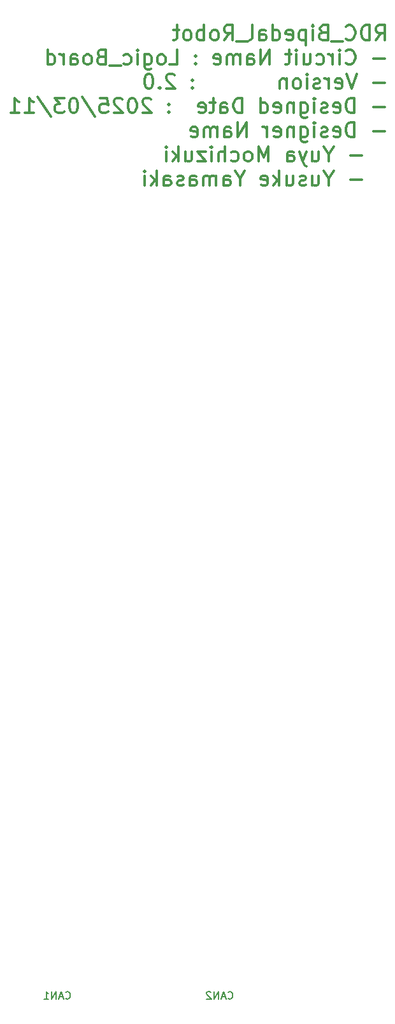
<source format=gbr>
%TF.GenerationSoftware,KiCad,Pcbnew,7.0.11*%
%TF.CreationDate,2025-03-20T11:18:49+09:00*%
%TF.ProjectId,RDC_Humanoid_Logic,5244435f-4875-46d6-916e-6f69645f4c6f,rev?*%
%TF.SameCoordinates,Original*%
%TF.FileFunction,Legend,Bot*%
%TF.FilePolarity,Positive*%
%FSLAX46Y46*%
G04 Gerber Fmt 4.6, Leading zero omitted, Abs format (unit mm)*
G04 Created by KiCad (PCBNEW 7.0.11) date 2025-03-20 11:18:49*
%MOMM*%
%LPD*%
G01*
G04 APERTURE LIST*
%ADD10C,0.150000*%
%ADD11C,0.300000*%
G04 APERTURE END LIST*
D10*
X194671792Y-157254580D02*
X194719411Y-157302200D01*
X194719411Y-157302200D02*
X194862268Y-157349819D01*
X194862268Y-157349819D02*
X194957506Y-157349819D01*
X194957506Y-157349819D02*
X195100363Y-157302200D01*
X195100363Y-157302200D02*
X195195601Y-157206961D01*
X195195601Y-157206961D02*
X195243220Y-157111723D01*
X195243220Y-157111723D02*
X195290839Y-156921247D01*
X195290839Y-156921247D02*
X195290839Y-156778390D01*
X195290839Y-156778390D02*
X195243220Y-156587914D01*
X195243220Y-156587914D02*
X195195601Y-156492676D01*
X195195601Y-156492676D02*
X195100363Y-156397438D01*
X195100363Y-156397438D02*
X194957506Y-156349819D01*
X194957506Y-156349819D02*
X194862268Y-156349819D01*
X194862268Y-156349819D02*
X194719411Y-156397438D01*
X194719411Y-156397438D02*
X194671792Y-156445057D01*
X194290839Y-157064104D02*
X193814649Y-157064104D01*
X194386077Y-157349819D02*
X194052744Y-156349819D01*
X194052744Y-156349819D02*
X193719411Y-157349819D01*
X193386077Y-157349819D02*
X193386077Y-156349819D01*
X193386077Y-156349819D02*
X192814649Y-157349819D01*
X192814649Y-157349819D02*
X192814649Y-156349819D01*
X192386077Y-156445057D02*
X192338458Y-156397438D01*
X192338458Y-156397438D02*
X192243220Y-156349819D01*
X192243220Y-156349819D02*
X192005125Y-156349819D01*
X192005125Y-156349819D02*
X191909887Y-156397438D01*
X191909887Y-156397438D02*
X191862268Y-156445057D01*
X191862268Y-156445057D02*
X191814649Y-156540295D01*
X191814649Y-156540295D02*
X191814649Y-156635533D01*
X191814649Y-156635533D02*
X191862268Y-156778390D01*
X191862268Y-156778390D02*
X192433696Y-157349819D01*
X192433696Y-157349819D02*
X191814649Y-157349819D01*
X173081792Y-157254580D02*
X173129411Y-157302200D01*
X173129411Y-157302200D02*
X173272268Y-157349819D01*
X173272268Y-157349819D02*
X173367506Y-157349819D01*
X173367506Y-157349819D02*
X173510363Y-157302200D01*
X173510363Y-157302200D02*
X173605601Y-157206961D01*
X173605601Y-157206961D02*
X173653220Y-157111723D01*
X173653220Y-157111723D02*
X173700839Y-156921247D01*
X173700839Y-156921247D02*
X173700839Y-156778390D01*
X173700839Y-156778390D02*
X173653220Y-156587914D01*
X173653220Y-156587914D02*
X173605601Y-156492676D01*
X173605601Y-156492676D02*
X173510363Y-156397438D01*
X173510363Y-156397438D02*
X173367506Y-156349819D01*
X173367506Y-156349819D02*
X173272268Y-156349819D01*
X173272268Y-156349819D02*
X173129411Y-156397438D01*
X173129411Y-156397438D02*
X173081792Y-156445057D01*
X172700839Y-157064104D02*
X172224649Y-157064104D01*
X172796077Y-157349819D02*
X172462744Y-156349819D01*
X172462744Y-156349819D02*
X172129411Y-157349819D01*
X171796077Y-157349819D02*
X171796077Y-156349819D01*
X171796077Y-156349819D02*
X171224649Y-157349819D01*
X171224649Y-157349819D02*
X171224649Y-156349819D01*
X170224649Y-157349819D02*
X170796077Y-157349819D01*
X170510363Y-157349819D02*
X170510363Y-156349819D01*
X170510363Y-156349819D02*
X170605601Y-156492676D01*
X170605601Y-156492676D02*
X170700839Y-156587914D01*
X170700839Y-156587914D02*
X170796077Y-156635533D01*
D11*
X214337584Y-29949638D02*
X215004251Y-28997257D01*
X215480441Y-29949638D02*
X215480441Y-27949638D01*
X215480441Y-27949638D02*
X214718536Y-27949638D01*
X214718536Y-27949638D02*
X214528060Y-28044876D01*
X214528060Y-28044876D02*
X214432822Y-28140114D01*
X214432822Y-28140114D02*
X214337584Y-28330590D01*
X214337584Y-28330590D02*
X214337584Y-28616304D01*
X214337584Y-28616304D02*
X214432822Y-28806780D01*
X214432822Y-28806780D02*
X214528060Y-28902019D01*
X214528060Y-28902019D02*
X214718536Y-28997257D01*
X214718536Y-28997257D02*
X215480441Y-28997257D01*
X213480441Y-29949638D02*
X213480441Y-27949638D01*
X213480441Y-27949638D02*
X213004251Y-27949638D01*
X213004251Y-27949638D02*
X212718536Y-28044876D01*
X212718536Y-28044876D02*
X212528060Y-28235352D01*
X212528060Y-28235352D02*
X212432822Y-28425828D01*
X212432822Y-28425828D02*
X212337584Y-28806780D01*
X212337584Y-28806780D02*
X212337584Y-29092495D01*
X212337584Y-29092495D02*
X212432822Y-29473447D01*
X212432822Y-29473447D02*
X212528060Y-29663923D01*
X212528060Y-29663923D02*
X212718536Y-29854400D01*
X212718536Y-29854400D02*
X213004251Y-29949638D01*
X213004251Y-29949638D02*
X213480441Y-29949638D01*
X210337584Y-29759161D02*
X210432822Y-29854400D01*
X210432822Y-29854400D02*
X210718536Y-29949638D01*
X210718536Y-29949638D02*
X210909012Y-29949638D01*
X210909012Y-29949638D02*
X211194727Y-29854400D01*
X211194727Y-29854400D02*
X211385203Y-29663923D01*
X211385203Y-29663923D02*
X211480441Y-29473447D01*
X211480441Y-29473447D02*
X211575679Y-29092495D01*
X211575679Y-29092495D02*
X211575679Y-28806780D01*
X211575679Y-28806780D02*
X211480441Y-28425828D01*
X211480441Y-28425828D02*
X211385203Y-28235352D01*
X211385203Y-28235352D02*
X211194727Y-28044876D01*
X211194727Y-28044876D02*
X210909012Y-27949638D01*
X210909012Y-27949638D02*
X210718536Y-27949638D01*
X210718536Y-27949638D02*
X210432822Y-28044876D01*
X210432822Y-28044876D02*
X210337584Y-28140114D01*
X209956632Y-30140114D02*
X208432822Y-30140114D01*
X207289964Y-28902019D02*
X207004250Y-28997257D01*
X207004250Y-28997257D02*
X206909012Y-29092495D01*
X206909012Y-29092495D02*
X206813774Y-29282971D01*
X206813774Y-29282971D02*
X206813774Y-29568685D01*
X206813774Y-29568685D02*
X206909012Y-29759161D01*
X206909012Y-29759161D02*
X207004250Y-29854400D01*
X207004250Y-29854400D02*
X207194726Y-29949638D01*
X207194726Y-29949638D02*
X207956631Y-29949638D01*
X207956631Y-29949638D02*
X207956631Y-27949638D01*
X207956631Y-27949638D02*
X207289964Y-27949638D01*
X207289964Y-27949638D02*
X207099488Y-28044876D01*
X207099488Y-28044876D02*
X207004250Y-28140114D01*
X207004250Y-28140114D02*
X206909012Y-28330590D01*
X206909012Y-28330590D02*
X206909012Y-28521066D01*
X206909012Y-28521066D02*
X207004250Y-28711542D01*
X207004250Y-28711542D02*
X207099488Y-28806780D01*
X207099488Y-28806780D02*
X207289964Y-28902019D01*
X207289964Y-28902019D02*
X207956631Y-28902019D01*
X205956631Y-29949638D02*
X205956631Y-28616304D01*
X205956631Y-27949638D02*
X206051869Y-28044876D01*
X206051869Y-28044876D02*
X205956631Y-28140114D01*
X205956631Y-28140114D02*
X205861393Y-28044876D01*
X205861393Y-28044876D02*
X205956631Y-27949638D01*
X205956631Y-27949638D02*
X205956631Y-28140114D01*
X205004250Y-28616304D02*
X205004250Y-30616304D01*
X205004250Y-28711542D02*
X204813774Y-28616304D01*
X204813774Y-28616304D02*
X204432821Y-28616304D01*
X204432821Y-28616304D02*
X204242345Y-28711542D01*
X204242345Y-28711542D02*
X204147107Y-28806780D01*
X204147107Y-28806780D02*
X204051869Y-28997257D01*
X204051869Y-28997257D02*
X204051869Y-29568685D01*
X204051869Y-29568685D02*
X204147107Y-29759161D01*
X204147107Y-29759161D02*
X204242345Y-29854400D01*
X204242345Y-29854400D02*
X204432821Y-29949638D01*
X204432821Y-29949638D02*
X204813774Y-29949638D01*
X204813774Y-29949638D02*
X205004250Y-29854400D01*
X202432821Y-29854400D02*
X202623297Y-29949638D01*
X202623297Y-29949638D02*
X203004250Y-29949638D01*
X203004250Y-29949638D02*
X203194726Y-29854400D01*
X203194726Y-29854400D02*
X203289964Y-29663923D01*
X203289964Y-29663923D02*
X203289964Y-28902019D01*
X203289964Y-28902019D02*
X203194726Y-28711542D01*
X203194726Y-28711542D02*
X203004250Y-28616304D01*
X203004250Y-28616304D02*
X202623297Y-28616304D01*
X202623297Y-28616304D02*
X202432821Y-28711542D01*
X202432821Y-28711542D02*
X202337583Y-28902019D01*
X202337583Y-28902019D02*
X202337583Y-29092495D01*
X202337583Y-29092495D02*
X203289964Y-29282971D01*
X200623297Y-29949638D02*
X200623297Y-27949638D01*
X200623297Y-29854400D02*
X200813773Y-29949638D01*
X200813773Y-29949638D02*
X201194726Y-29949638D01*
X201194726Y-29949638D02*
X201385202Y-29854400D01*
X201385202Y-29854400D02*
X201480440Y-29759161D01*
X201480440Y-29759161D02*
X201575678Y-29568685D01*
X201575678Y-29568685D02*
X201575678Y-28997257D01*
X201575678Y-28997257D02*
X201480440Y-28806780D01*
X201480440Y-28806780D02*
X201385202Y-28711542D01*
X201385202Y-28711542D02*
X201194726Y-28616304D01*
X201194726Y-28616304D02*
X200813773Y-28616304D01*
X200813773Y-28616304D02*
X200623297Y-28711542D01*
X198813773Y-29949638D02*
X198813773Y-28902019D01*
X198813773Y-28902019D02*
X198909011Y-28711542D01*
X198909011Y-28711542D02*
X199099487Y-28616304D01*
X199099487Y-28616304D02*
X199480440Y-28616304D01*
X199480440Y-28616304D02*
X199670916Y-28711542D01*
X198813773Y-29854400D02*
X199004249Y-29949638D01*
X199004249Y-29949638D02*
X199480440Y-29949638D01*
X199480440Y-29949638D02*
X199670916Y-29854400D01*
X199670916Y-29854400D02*
X199766154Y-29663923D01*
X199766154Y-29663923D02*
X199766154Y-29473447D01*
X199766154Y-29473447D02*
X199670916Y-29282971D01*
X199670916Y-29282971D02*
X199480440Y-29187733D01*
X199480440Y-29187733D02*
X199004249Y-29187733D01*
X199004249Y-29187733D02*
X198813773Y-29092495D01*
X197575678Y-29949638D02*
X197766154Y-29854400D01*
X197766154Y-29854400D02*
X197861392Y-29663923D01*
X197861392Y-29663923D02*
X197861392Y-27949638D01*
X197289964Y-30140114D02*
X195766154Y-30140114D01*
X194147106Y-29949638D02*
X194813773Y-28997257D01*
X195289963Y-29949638D02*
X195289963Y-27949638D01*
X195289963Y-27949638D02*
X194528058Y-27949638D01*
X194528058Y-27949638D02*
X194337582Y-28044876D01*
X194337582Y-28044876D02*
X194242344Y-28140114D01*
X194242344Y-28140114D02*
X194147106Y-28330590D01*
X194147106Y-28330590D02*
X194147106Y-28616304D01*
X194147106Y-28616304D02*
X194242344Y-28806780D01*
X194242344Y-28806780D02*
X194337582Y-28902019D01*
X194337582Y-28902019D02*
X194528058Y-28997257D01*
X194528058Y-28997257D02*
X195289963Y-28997257D01*
X193004249Y-29949638D02*
X193194725Y-29854400D01*
X193194725Y-29854400D02*
X193289963Y-29759161D01*
X193289963Y-29759161D02*
X193385201Y-29568685D01*
X193385201Y-29568685D02*
X193385201Y-28997257D01*
X193385201Y-28997257D02*
X193289963Y-28806780D01*
X193289963Y-28806780D02*
X193194725Y-28711542D01*
X193194725Y-28711542D02*
X193004249Y-28616304D01*
X193004249Y-28616304D02*
X192718534Y-28616304D01*
X192718534Y-28616304D02*
X192528058Y-28711542D01*
X192528058Y-28711542D02*
X192432820Y-28806780D01*
X192432820Y-28806780D02*
X192337582Y-28997257D01*
X192337582Y-28997257D02*
X192337582Y-29568685D01*
X192337582Y-29568685D02*
X192432820Y-29759161D01*
X192432820Y-29759161D02*
X192528058Y-29854400D01*
X192528058Y-29854400D02*
X192718534Y-29949638D01*
X192718534Y-29949638D02*
X193004249Y-29949638D01*
X191480439Y-29949638D02*
X191480439Y-27949638D01*
X191480439Y-28711542D02*
X191289963Y-28616304D01*
X191289963Y-28616304D02*
X190909010Y-28616304D01*
X190909010Y-28616304D02*
X190718534Y-28711542D01*
X190718534Y-28711542D02*
X190623296Y-28806780D01*
X190623296Y-28806780D02*
X190528058Y-28997257D01*
X190528058Y-28997257D02*
X190528058Y-29568685D01*
X190528058Y-29568685D02*
X190623296Y-29759161D01*
X190623296Y-29759161D02*
X190718534Y-29854400D01*
X190718534Y-29854400D02*
X190909010Y-29949638D01*
X190909010Y-29949638D02*
X191289963Y-29949638D01*
X191289963Y-29949638D02*
X191480439Y-29854400D01*
X189385201Y-29949638D02*
X189575677Y-29854400D01*
X189575677Y-29854400D02*
X189670915Y-29759161D01*
X189670915Y-29759161D02*
X189766153Y-29568685D01*
X189766153Y-29568685D02*
X189766153Y-28997257D01*
X189766153Y-28997257D02*
X189670915Y-28806780D01*
X189670915Y-28806780D02*
X189575677Y-28711542D01*
X189575677Y-28711542D02*
X189385201Y-28616304D01*
X189385201Y-28616304D02*
X189099486Y-28616304D01*
X189099486Y-28616304D02*
X188909010Y-28711542D01*
X188909010Y-28711542D02*
X188813772Y-28806780D01*
X188813772Y-28806780D02*
X188718534Y-28997257D01*
X188718534Y-28997257D02*
X188718534Y-29568685D01*
X188718534Y-29568685D02*
X188813772Y-29759161D01*
X188813772Y-29759161D02*
X188909010Y-29854400D01*
X188909010Y-29854400D02*
X189099486Y-29949638D01*
X189099486Y-29949638D02*
X189385201Y-29949638D01*
X188147105Y-28616304D02*
X187385201Y-28616304D01*
X187861391Y-27949638D02*
X187861391Y-29663923D01*
X187861391Y-29663923D02*
X187766153Y-29854400D01*
X187766153Y-29854400D02*
X187575677Y-29949638D01*
X187575677Y-29949638D02*
X187385201Y-29949638D01*
X215480441Y-32407733D02*
X213956632Y-32407733D01*
X210337584Y-32979161D02*
X210432822Y-33074400D01*
X210432822Y-33074400D02*
X210718536Y-33169638D01*
X210718536Y-33169638D02*
X210909012Y-33169638D01*
X210909012Y-33169638D02*
X211194727Y-33074400D01*
X211194727Y-33074400D02*
X211385203Y-32883923D01*
X211385203Y-32883923D02*
X211480441Y-32693447D01*
X211480441Y-32693447D02*
X211575679Y-32312495D01*
X211575679Y-32312495D02*
X211575679Y-32026780D01*
X211575679Y-32026780D02*
X211480441Y-31645828D01*
X211480441Y-31645828D02*
X211385203Y-31455352D01*
X211385203Y-31455352D02*
X211194727Y-31264876D01*
X211194727Y-31264876D02*
X210909012Y-31169638D01*
X210909012Y-31169638D02*
X210718536Y-31169638D01*
X210718536Y-31169638D02*
X210432822Y-31264876D01*
X210432822Y-31264876D02*
X210337584Y-31360114D01*
X209480441Y-33169638D02*
X209480441Y-31836304D01*
X209480441Y-31169638D02*
X209575679Y-31264876D01*
X209575679Y-31264876D02*
X209480441Y-31360114D01*
X209480441Y-31360114D02*
X209385203Y-31264876D01*
X209385203Y-31264876D02*
X209480441Y-31169638D01*
X209480441Y-31169638D02*
X209480441Y-31360114D01*
X208528060Y-33169638D02*
X208528060Y-31836304D01*
X208528060Y-32217257D02*
X208432822Y-32026780D01*
X208432822Y-32026780D02*
X208337584Y-31931542D01*
X208337584Y-31931542D02*
X208147108Y-31836304D01*
X208147108Y-31836304D02*
X207956631Y-31836304D01*
X206432822Y-33074400D02*
X206623298Y-33169638D01*
X206623298Y-33169638D02*
X207004251Y-33169638D01*
X207004251Y-33169638D02*
X207194727Y-33074400D01*
X207194727Y-33074400D02*
X207289965Y-32979161D01*
X207289965Y-32979161D02*
X207385203Y-32788685D01*
X207385203Y-32788685D02*
X207385203Y-32217257D01*
X207385203Y-32217257D02*
X207289965Y-32026780D01*
X207289965Y-32026780D02*
X207194727Y-31931542D01*
X207194727Y-31931542D02*
X207004251Y-31836304D01*
X207004251Y-31836304D02*
X206623298Y-31836304D01*
X206623298Y-31836304D02*
X206432822Y-31931542D01*
X204718536Y-31836304D02*
X204718536Y-33169638D01*
X205575679Y-31836304D02*
X205575679Y-32883923D01*
X205575679Y-32883923D02*
X205480441Y-33074400D01*
X205480441Y-33074400D02*
X205289965Y-33169638D01*
X205289965Y-33169638D02*
X205004250Y-33169638D01*
X205004250Y-33169638D02*
X204813774Y-33074400D01*
X204813774Y-33074400D02*
X204718536Y-32979161D01*
X203766155Y-33169638D02*
X203766155Y-31836304D01*
X203766155Y-31169638D02*
X203861393Y-31264876D01*
X203861393Y-31264876D02*
X203766155Y-31360114D01*
X203766155Y-31360114D02*
X203670917Y-31264876D01*
X203670917Y-31264876D02*
X203766155Y-31169638D01*
X203766155Y-31169638D02*
X203766155Y-31360114D01*
X203099488Y-31836304D02*
X202337584Y-31836304D01*
X202813774Y-31169638D02*
X202813774Y-32883923D01*
X202813774Y-32883923D02*
X202718536Y-33074400D01*
X202718536Y-33074400D02*
X202528060Y-33169638D01*
X202528060Y-33169638D02*
X202337584Y-33169638D01*
X200147107Y-33169638D02*
X200147107Y-31169638D01*
X200147107Y-31169638D02*
X199004250Y-33169638D01*
X199004250Y-33169638D02*
X199004250Y-31169638D01*
X197194726Y-33169638D02*
X197194726Y-32122019D01*
X197194726Y-32122019D02*
X197289964Y-31931542D01*
X197289964Y-31931542D02*
X197480440Y-31836304D01*
X197480440Y-31836304D02*
X197861393Y-31836304D01*
X197861393Y-31836304D02*
X198051869Y-31931542D01*
X197194726Y-33074400D02*
X197385202Y-33169638D01*
X197385202Y-33169638D02*
X197861393Y-33169638D01*
X197861393Y-33169638D02*
X198051869Y-33074400D01*
X198051869Y-33074400D02*
X198147107Y-32883923D01*
X198147107Y-32883923D02*
X198147107Y-32693447D01*
X198147107Y-32693447D02*
X198051869Y-32502971D01*
X198051869Y-32502971D02*
X197861393Y-32407733D01*
X197861393Y-32407733D02*
X197385202Y-32407733D01*
X197385202Y-32407733D02*
X197194726Y-32312495D01*
X196242345Y-33169638D02*
X196242345Y-31836304D01*
X196242345Y-32026780D02*
X196147107Y-31931542D01*
X196147107Y-31931542D02*
X195956631Y-31836304D01*
X195956631Y-31836304D02*
X195670916Y-31836304D01*
X195670916Y-31836304D02*
X195480440Y-31931542D01*
X195480440Y-31931542D02*
X195385202Y-32122019D01*
X195385202Y-32122019D02*
X195385202Y-33169638D01*
X195385202Y-32122019D02*
X195289964Y-31931542D01*
X195289964Y-31931542D02*
X195099488Y-31836304D01*
X195099488Y-31836304D02*
X194813774Y-31836304D01*
X194813774Y-31836304D02*
X194623297Y-31931542D01*
X194623297Y-31931542D02*
X194528059Y-32122019D01*
X194528059Y-32122019D02*
X194528059Y-33169638D01*
X192813773Y-33074400D02*
X193004249Y-33169638D01*
X193004249Y-33169638D02*
X193385202Y-33169638D01*
X193385202Y-33169638D02*
X193575678Y-33074400D01*
X193575678Y-33074400D02*
X193670916Y-32883923D01*
X193670916Y-32883923D02*
X193670916Y-32122019D01*
X193670916Y-32122019D02*
X193575678Y-31931542D01*
X193575678Y-31931542D02*
X193385202Y-31836304D01*
X193385202Y-31836304D02*
X193004249Y-31836304D01*
X193004249Y-31836304D02*
X192813773Y-31931542D01*
X192813773Y-31931542D02*
X192718535Y-32122019D01*
X192718535Y-32122019D02*
X192718535Y-32312495D01*
X192718535Y-32312495D02*
X193670916Y-32502971D01*
X190337582Y-32979161D02*
X190242344Y-33074400D01*
X190242344Y-33074400D02*
X190337582Y-33169638D01*
X190337582Y-33169638D02*
X190432820Y-33074400D01*
X190432820Y-33074400D02*
X190337582Y-32979161D01*
X190337582Y-32979161D02*
X190337582Y-33169638D01*
X190337582Y-31931542D02*
X190242344Y-32026780D01*
X190242344Y-32026780D02*
X190337582Y-32122019D01*
X190337582Y-32122019D02*
X190432820Y-32026780D01*
X190432820Y-32026780D02*
X190337582Y-31931542D01*
X190337582Y-31931542D02*
X190337582Y-32122019D01*
X186909010Y-33169638D02*
X187861391Y-33169638D01*
X187861391Y-33169638D02*
X187861391Y-31169638D01*
X185956629Y-33169638D02*
X186147105Y-33074400D01*
X186147105Y-33074400D02*
X186242343Y-32979161D01*
X186242343Y-32979161D02*
X186337581Y-32788685D01*
X186337581Y-32788685D02*
X186337581Y-32217257D01*
X186337581Y-32217257D02*
X186242343Y-32026780D01*
X186242343Y-32026780D02*
X186147105Y-31931542D01*
X186147105Y-31931542D02*
X185956629Y-31836304D01*
X185956629Y-31836304D02*
X185670914Y-31836304D01*
X185670914Y-31836304D02*
X185480438Y-31931542D01*
X185480438Y-31931542D02*
X185385200Y-32026780D01*
X185385200Y-32026780D02*
X185289962Y-32217257D01*
X185289962Y-32217257D02*
X185289962Y-32788685D01*
X185289962Y-32788685D02*
X185385200Y-32979161D01*
X185385200Y-32979161D02*
X185480438Y-33074400D01*
X185480438Y-33074400D02*
X185670914Y-33169638D01*
X185670914Y-33169638D02*
X185956629Y-33169638D01*
X183575676Y-31836304D02*
X183575676Y-33455352D01*
X183575676Y-33455352D02*
X183670914Y-33645828D01*
X183670914Y-33645828D02*
X183766152Y-33741066D01*
X183766152Y-33741066D02*
X183956629Y-33836304D01*
X183956629Y-33836304D02*
X184242343Y-33836304D01*
X184242343Y-33836304D02*
X184432819Y-33741066D01*
X183575676Y-33074400D02*
X183766152Y-33169638D01*
X183766152Y-33169638D02*
X184147105Y-33169638D01*
X184147105Y-33169638D02*
X184337581Y-33074400D01*
X184337581Y-33074400D02*
X184432819Y-32979161D01*
X184432819Y-32979161D02*
X184528057Y-32788685D01*
X184528057Y-32788685D02*
X184528057Y-32217257D01*
X184528057Y-32217257D02*
X184432819Y-32026780D01*
X184432819Y-32026780D02*
X184337581Y-31931542D01*
X184337581Y-31931542D02*
X184147105Y-31836304D01*
X184147105Y-31836304D02*
X183766152Y-31836304D01*
X183766152Y-31836304D02*
X183575676Y-31931542D01*
X182623295Y-33169638D02*
X182623295Y-31836304D01*
X182623295Y-31169638D02*
X182718533Y-31264876D01*
X182718533Y-31264876D02*
X182623295Y-31360114D01*
X182623295Y-31360114D02*
X182528057Y-31264876D01*
X182528057Y-31264876D02*
X182623295Y-31169638D01*
X182623295Y-31169638D02*
X182623295Y-31360114D01*
X180813771Y-33074400D02*
X181004247Y-33169638D01*
X181004247Y-33169638D02*
X181385200Y-33169638D01*
X181385200Y-33169638D02*
X181575676Y-33074400D01*
X181575676Y-33074400D02*
X181670914Y-32979161D01*
X181670914Y-32979161D02*
X181766152Y-32788685D01*
X181766152Y-32788685D02*
X181766152Y-32217257D01*
X181766152Y-32217257D02*
X181670914Y-32026780D01*
X181670914Y-32026780D02*
X181575676Y-31931542D01*
X181575676Y-31931542D02*
X181385200Y-31836304D01*
X181385200Y-31836304D02*
X181004247Y-31836304D01*
X181004247Y-31836304D02*
X180813771Y-31931542D01*
X180432819Y-33360114D02*
X178909009Y-33360114D01*
X177766151Y-32122019D02*
X177480437Y-32217257D01*
X177480437Y-32217257D02*
X177385199Y-32312495D01*
X177385199Y-32312495D02*
X177289961Y-32502971D01*
X177289961Y-32502971D02*
X177289961Y-32788685D01*
X177289961Y-32788685D02*
X177385199Y-32979161D01*
X177385199Y-32979161D02*
X177480437Y-33074400D01*
X177480437Y-33074400D02*
X177670913Y-33169638D01*
X177670913Y-33169638D02*
X178432818Y-33169638D01*
X178432818Y-33169638D02*
X178432818Y-31169638D01*
X178432818Y-31169638D02*
X177766151Y-31169638D01*
X177766151Y-31169638D02*
X177575675Y-31264876D01*
X177575675Y-31264876D02*
X177480437Y-31360114D01*
X177480437Y-31360114D02*
X177385199Y-31550590D01*
X177385199Y-31550590D02*
X177385199Y-31741066D01*
X177385199Y-31741066D02*
X177480437Y-31931542D01*
X177480437Y-31931542D02*
X177575675Y-32026780D01*
X177575675Y-32026780D02*
X177766151Y-32122019D01*
X177766151Y-32122019D02*
X178432818Y-32122019D01*
X176147104Y-33169638D02*
X176337580Y-33074400D01*
X176337580Y-33074400D02*
X176432818Y-32979161D01*
X176432818Y-32979161D02*
X176528056Y-32788685D01*
X176528056Y-32788685D02*
X176528056Y-32217257D01*
X176528056Y-32217257D02*
X176432818Y-32026780D01*
X176432818Y-32026780D02*
X176337580Y-31931542D01*
X176337580Y-31931542D02*
X176147104Y-31836304D01*
X176147104Y-31836304D02*
X175861389Y-31836304D01*
X175861389Y-31836304D02*
X175670913Y-31931542D01*
X175670913Y-31931542D02*
X175575675Y-32026780D01*
X175575675Y-32026780D02*
X175480437Y-32217257D01*
X175480437Y-32217257D02*
X175480437Y-32788685D01*
X175480437Y-32788685D02*
X175575675Y-32979161D01*
X175575675Y-32979161D02*
X175670913Y-33074400D01*
X175670913Y-33074400D02*
X175861389Y-33169638D01*
X175861389Y-33169638D02*
X176147104Y-33169638D01*
X173766151Y-33169638D02*
X173766151Y-32122019D01*
X173766151Y-32122019D02*
X173861389Y-31931542D01*
X173861389Y-31931542D02*
X174051865Y-31836304D01*
X174051865Y-31836304D02*
X174432818Y-31836304D01*
X174432818Y-31836304D02*
X174623294Y-31931542D01*
X173766151Y-33074400D02*
X173956627Y-33169638D01*
X173956627Y-33169638D02*
X174432818Y-33169638D01*
X174432818Y-33169638D02*
X174623294Y-33074400D01*
X174623294Y-33074400D02*
X174718532Y-32883923D01*
X174718532Y-32883923D02*
X174718532Y-32693447D01*
X174718532Y-32693447D02*
X174623294Y-32502971D01*
X174623294Y-32502971D02*
X174432818Y-32407733D01*
X174432818Y-32407733D02*
X173956627Y-32407733D01*
X173956627Y-32407733D02*
X173766151Y-32312495D01*
X172813770Y-33169638D02*
X172813770Y-31836304D01*
X172813770Y-32217257D02*
X172718532Y-32026780D01*
X172718532Y-32026780D02*
X172623294Y-31931542D01*
X172623294Y-31931542D02*
X172432818Y-31836304D01*
X172432818Y-31836304D02*
X172242341Y-31836304D01*
X170718532Y-33169638D02*
X170718532Y-31169638D01*
X170718532Y-33074400D02*
X170909008Y-33169638D01*
X170909008Y-33169638D02*
X171289961Y-33169638D01*
X171289961Y-33169638D02*
X171480437Y-33074400D01*
X171480437Y-33074400D02*
X171575675Y-32979161D01*
X171575675Y-32979161D02*
X171670913Y-32788685D01*
X171670913Y-32788685D02*
X171670913Y-32217257D01*
X171670913Y-32217257D02*
X171575675Y-32026780D01*
X171575675Y-32026780D02*
X171480437Y-31931542D01*
X171480437Y-31931542D02*
X171289961Y-31836304D01*
X171289961Y-31836304D02*
X170909008Y-31836304D01*
X170909008Y-31836304D02*
X170718532Y-31931542D01*
X215480441Y-35627733D02*
X213956632Y-35627733D01*
X211766155Y-34389638D02*
X211099489Y-36389638D01*
X211099489Y-36389638D02*
X210432822Y-34389638D01*
X209004250Y-36294400D02*
X209194726Y-36389638D01*
X209194726Y-36389638D02*
X209575679Y-36389638D01*
X209575679Y-36389638D02*
X209766155Y-36294400D01*
X209766155Y-36294400D02*
X209861393Y-36103923D01*
X209861393Y-36103923D02*
X209861393Y-35342019D01*
X209861393Y-35342019D02*
X209766155Y-35151542D01*
X209766155Y-35151542D02*
X209575679Y-35056304D01*
X209575679Y-35056304D02*
X209194726Y-35056304D01*
X209194726Y-35056304D02*
X209004250Y-35151542D01*
X209004250Y-35151542D02*
X208909012Y-35342019D01*
X208909012Y-35342019D02*
X208909012Y-35532495D01*
X208909012Y-35532495D02*
X209861393Y-35722971D01*
X208051869Y-36389638D02*
X208051869Y-35056304D01*
X208051869Y-35437257D02*
X207956631Y-35246780D01*
X207956631Y-35246780D02*
X207861393Y-35151542D01*
X207861393Y-35151542D02*
X207670917Y-35056304D01*
X207670917Y-35056304D02*
X207480440Y-35056304D01*
X206909012Y-36294400D02*
X206718536Y-36389638D01*
X206718536Y-36389638D02*
X206337584Y-36389638D01*
X206337584Y-36389638D02*
X206147107Y-36294400D01*
X206147107Y-36294400D02*
X206051869Y-36103923D01*
X206051869Y-36103923D02*
X206051869Y-36008685D01*
X206051869Y-36008685D02*
X206147107Y-35818209D01*
X206147107Y-35818209D02*
X206337584Y-35722971D01*
X206337584Y-35722971D02*
X206623298Y-35722971D01*
X206623298Y-35722971D02*
X206813774Y-35627733D01*
X206813774Y-35627733D02*
X206909012Y-35437257D01*
X206909012Y-35437257D02*
X206909012Y-35342019D01*
X206909012Y-35342019D02*
X206813774Y-35151542D01*
X206813774Y-35151542D02*
X206623298Y-35056304D01*
X206623298Y-35056304D02*
X206337584Y-35056304D01*
X206337584Y-35056304D02*
X206147107Y-35151542D01*
X205194726Y-36389638D02*
X205194726Y-35056304D01*
X205194726Y-34389638D02*
X205289964Y-34484876D01*
X205289964Y-34484876D02*
X205194726Y-34580114D01*
X205194726Y-34580114D02*
X205099488Y-34484876D01*
X205099488Y-34484876D02*
X205194726Y-34389638D01*
X205194726Y-34389638D02*
X205194726Y-34580114D01*
X203956631Y-36389638D02*
X204147107Y-36294400D01*
X204147107Y-36294400D02*
X204242345Y-36199161D01*
X204242345Y-36199161D02*
X204337583Y-36008685D01*
X204337583Y-36008685D02*
X204337583Y-35437257D01*
X204337583Y-35437257D02*
X204242345Y-35246780D01*
X204242345Y-35246780D02*
X204147107Y-35151542D01*
X204147107Y-35151542D02*
X203956631Y-35056304D01*
X203956631Y-35056304D02*
X203670916Y-35056304D01*
X203670916Y-35056304D02*
X203480440Y-35151542D01*
X203480440Y-35151542D02*
X203385202Y-35246780D01*
X203385202Y-35246780D02*
X203289964Y-35437257D01*
X203289964Y-35437257D02*
X203289964Y-36008685D01*
X203289964Y-36008685D02*
X203385202Y-36199161D01*
X203385202Y-36199161D02*
X203480440Y-36294400D01*
X203480440Y-36294400D02*
X203670916Y-36389638D01*
X203670916Y-36389638D02*
X203956631Y-36389638D01*
X202432821Y-35056304D02*
X202432821Y-36389638D01*
X202432821Y-35246780D02*
X202337583Y-35151542D01*
X202337583Y-35151542D02*
X202147107Y-35056304D01*
X202147107Y-35056304D02*
X201861392Y-35056304D01*
X201861392Y-35056304D02*
X201670916Y-35151542D01*
X201670916Y-35151542D02*
X201575678Y-35342019D01*
X201575678Y-35342019D02*
X201575678Y-36389638D01*
X189956627Y-36199161D02*
X189861389Y-36294400D01*
X189861389Y-36294400D02*
X189956627Y-36389638D01*
X189956627Y-36389638D02*
X190051865Y-36294400D01*
X190051865Y-36294400D02*
X189956627Y-36199161D01*
X189956627Y-36199161D02*
X189956627Y-36389638D01*
X189956627Y-35151542D02*
X189861389Y-35246780D01*
X189861389Y-35246780D02*
X189956627Y-35342019D01*
X189956627Y-35342019D02*
X190051865Y-35246780D01*
X190051865Y-35246780D02*
X189956627Y-35151542D01*
X189956627Y-35151542D02*
X189956627Y-35342019D01*
X187575674Y-34580114D02*
X187480436Y-34484876D01*
X187480436Y-34484876D02*
X187289960Y-34389638D01*
X187289960Y-34389638D02*
X186813769Y-34389638D01*
X186813769Y-34389638D02*
X186623293Y-34484876D01*
X186623293Y-34484876D02*
X186528055Y-34580114D01*
X186528055Y-34580114D02*
X186432817Y-34770590D01*
X186432817Y-34770590D02*
X186432817Y-34961066D01*
X186432817Y-34961066D02*
X186528055Y-35246780D01*
X186528055Y-35246780D02*
X187670912Y-36389638D01*
X187670912Y-36389638D02*
X186432817Y-36389638D01*
X185575674Y-36199161D02*
X185480436Y-36294400D01*
X185480436Y-36294400D02*
X185575674Y-36389638D01*
X185575674Y-36389638D02*
X185670912Y-36294400D01*
X185670912Y-36294400D02*
X185575674Y-36199161D01*
X185575674Y-36199161D02*
X185575674Y-36389638D01*
X184242341Y-34389638D02*
X184051864Y-34389638D01*
X184051864Y-34389638D02*
X183861388Y-34484876D01*
X183861388Y-34484876D02*
X183766150Y-34580114D01*
X183766150Y-34580114D02*
X183670912Y-34770590D01*
X183670912Y-34770590D02*
X183575674Y-35151542D01*
X183575674Y-35151542D02*
X183575674Y-35627733D01*
X183575674Y-35627733D02*
X183670912Y-36008685D01*
X183670912Y-36008685D02*
X183766150Y-36199161D01*
X183766150Y-36199161D02*
X183861388Y-36294400D01*
X183861388Y-36294400D02*
X184051864Y-36389638D01*
X184051864Y-36389638D02*
X184242341Y-36389638D01*
X184242341Y-36389638D02*
X184432817Y-36294400D01*
X184432817Y-36294400D02*
X184528055Y-36199161D01*
X184528055Y-36199161D02*
X184623293Y-36008685D01*
X184623293Y-36008685D02*
X184718531Y-35627733D01*
X184718531Y-35627733D02*
X184718531Y-35151542D01*
X184718531Y-35151542D02*
X184623293Y-34770590D01*
X184623293Y-34770590D02*
X184528055Y-34580114D01*
X184528055Y-34580114D02*
X184432817Y-34484876D01*
X184432817Y-34484876D02*
X184242341Y-34389638D01*
X215480441Y-38847733D02*
X213956632Y-38847733D01*
X211480441Y-39609638D02*
X211480441Y-37609638D01*
X211480441Y-37609638D02*
X211004251Y-37609638D01*
X211004251Y-37609638D02*
X210718536Y-37704876D01*
X210718536Y-37704876D02*
X210528060Y-37895352D01*
X210528060Y-37895352D02*
X210432822Y-38085828D01*
X210432822Y-38085828D02*
X210337584Y-38466780D01*
X210337584Y-38466780D02*
X210337584Y-38752495D01*
X210337584Y-38752495D02*
X210432822Y-39133447D01*
X210432822Y-39133447D02*
X210528060Y-39323923D01*
X210528060Y-39323923D02*
X210718536Y-39514400D01*
X210718536Y-39514400D02*
X211004251Y-39609638D01*
X211004251Y-39609638D02*
X211480441Y-39609638D01*
X208718536Y-39514400D02*
X208909012Y-39609638D01*
X208909012Y-39609638D02*
X209289965Y-39609638D01*
X209289965Y-39609638D02*
X209480441Y-39514400D01*
X209480441Y-39514400D02*
X209575679Y-39323923D01*
X209575679Y-39323923D02*
X209575679Y-38562019D01*
X209575679Y-38562019D02*
X209480441Y-38371542D01*
X209480441Y-38371542D02*
X209289965Y-38276304D01*
X209289965Y-38276304D02*
X208909012Y-38276304D01*
X208909012Y-38276304D02*
X208718536Y-38371542D01*
X208718536Y-38371542D02*
X208623298Y-38562019D01*
X208623298Y-38562019D02*
X208623298Y-38752495D01*
X208623298Y-38752495D02*
X209575679Y-38942971D01*
X207861393Y-39514400D02*
X207670917Y-39609638D01*
X207670917Y-39609638D02*
X207289965Y-39609638D01*
X207289965Y-39609638D02*
X207099488Y-39514400D01*
X207099488Y-39514400D02*
X207004250Y-39323923D01*
X207004250Y-39323923D02*
X207004250Y-39228685D01*
X207004250Y-39228685D02*
X207099488Y-39038209D01*
X207099488Y-39038209D02*
X207289965Y-38942971D01*
X207289965Y-38942971D02*
X207575679Y-38942971D01*
X207575679Y-38942971D02*
X207766155Y-38847733D01*
X207766155Y-38847733D02*
X207861393Y-38657257D01*
X207861393Y-38657257D02*
X207861393Y-38562019D01*
X207861393Y-38562019D02*
X207766155Y-38371542D01*
X207766155Y-38371542D02*
X207575679Y-38276304D01*
X207575679Y-38276304D02*
X207289965Y-38276304D01*
X207289965Y-38276304D02*
X207099488Y-38371542D01*
X206147107Y-39609638D02*
X206147107Y-38276304D01*
X206147107Y-37609638D02*
X206242345Y-37704876D01*
X206242345Y-37704876D02*
X206147107Y-37800114D01*
X206147107Y-37800114D02*
X206051869Y-37704876D01*
X206051869Y-37704876D02*
X206147107Y-37609638D01*
X206147107Y-37609638D02*
X206147107Y-37800114D01*
X204337583Y-38276304D02*
X204337583Y-39895352D01*
X204337583Y-39895352D02*
X204432821Y-40085828D01*
X204432821Y-40085828D02*
X204528059Y-40181066D01*
X204528059Y-40181066D02*
X204718536Y-40276304D01*
X204718536Y-40276304D02*
X205004250Y-40276304D01*
X205004250Y-40276304D02*
X205194726Y-40181066D01*
X204337583Y-39514400D02*
X204528059Y-39609638D01*
X204528059Y-39609638D02*
X204909012Y-39609638D01*
X204909012Y-39609638D02*
X205099488Y-39514400D01*
X205099488Y-39514400D02*
X205194726Y-39419161D01*
X205194726Y-39419161D02*
X205289964Y-39228685D01*
X205289964Y-39228685D02*
X205289964Y-38657257D01*
X205289964Y-38657257D02*
X205194726Y-38466780D01*
X205194726Y-38466780D02*
X205099488Y-38371542D01*
X205099488Y-38371542D02*
X204909012Y-38276304D01*
X204909012Y-38276304D02*
X204528059Y-38276304D01*
X204528059Y-38276304D02*
X204337583Y-38371542D01*
X203385202Y-38276304D02*
X203385202Y-39609638D01*
X203385202Y-38466780D02*
X203289964Y-38371542D01*
X203289964Y-38371542D02*
X203099488Y-38276304D01*
X203099488Y-38276304D02*
X202813773Y-38276304D01*
X202813773Y-38276304D02*
X202623297Y-38371542D01*
X202623297Y-38371542D02*
X202528059Y-38562019D01*
X202528059Y-38562019D02*
X202528059Y-39609638D01*
X200813773Y-39514400D02*
X201004249Y-39609638D01*
X201004249Y-39609638D02*
X201385202Y-39609638D01*
X201385202Y-39609638D02*
X201575678Y-39514400D01*
X201575678Y-39514400D02*
X201670916Y-39323923D01*
X201670916Y-39323923D02*
X201670916Y-38562019D01*
X201670916Y-38562019D02*
X201575678Y-38371542D01*
X201575678Y-38371542D02*
X201385202Y-38276304D01*
X201385202Y-38276304D02*
X201004249Y-38276304D01*
X201004249Y-38276304D02*
X200813773Y-38371542D01*
X200813773Y-38371542D02*
X200718535Y-38562019D01*
X200718535Y-38562019D02*
X200718535Y-38752495D01*
X200718535Y-38752495D02*
X201670916Y-38942971D01*
X199004249Y-39609638D02*
X199004249Y-37609638D01*
X199004249Y-39514400D02*
X199194725Y-39609638D01*
X199194725Y-39609638D02*
X199575678Y-39609638D01*
X199575678Y-39609638D02*
X199766154Y-39514400D01*
X199766154Y-39514400D02*
X199861392Y-39419161D01*
X199861392Y-39419161D02*
X199956630Y-39228685D01*
X199956630Y-39228685D02*
X199956630Y-38657257D01*
X199956630Y-38657257D02*
X199861392Y-38466780D01*
X199861392Y-38466780D02*
X199766154Y-38371542D01*
X199766154Y-38371542D02*
X199575678Y-38276304D01*
X199575678Y-38276304D02*
X199194725Y-38276304D01*
X199194725Y-38276304D02*
X199004249Y-38371542D01*
X196528058Y-39609638D02*
X196528058Y-37609638D01*
X196528058Y-37609638D02*
X196051868Y-37609638D01*
X196051868Y-37609638D02*
X195766153Y-37704876D01*
X195766153Y-37704876D02*
X195575677Y-37895352D01*
X195575677Y-37895352D02*
X195480439Y-38085828D01*
X195480439Y-38085828D02*
X195385201Y-38466780D01*
X195385201Y-38466780D02*
X195385201Y-38752495D01*
X195385201Y-38752495D02*
X195480439Y-39133447D01*
X195480439Y-39133447D02*
X195575677Y-39323923D01*
X195575677Y-39323923D02*
X195766153Y-39514400D01*
X195766153Y-39514400D02*
X196051868Y-39609638D01*
X196051868Y-39609638D02*
X196528058Y-39609638D01*
X193670915Y-39609638D02*
X193670915Y-38562019D01*
X193670915Y-38562019D02*
X193766153Y-38371542D01*
X193766153Y-38371542D02*
X193956629Y-38276304D01*
X193956629Y-38276304D02*
X194337582Y-38276304D01*
X194337582Y-38276304D02*
X194528058Y-38371542D01*
X193670915Y-39514400D02*
X193861391Y-39609638D01*
X193861391Y-39609638D02*
X194337582Y-39609638D01*
X194337582Y-39609638D02*
X194528058Y-39514400D01*
X194528058Y-39514400D02*
X194623296Y-39323923D01*
X194623296Y-39323923D02*
X194623296Y-39133447D01*
X194623296Y-39133447D02*
X194528058Y-38942971D01*
X194528058Y-38942971D02*
X194337582Y-38847733D01*
X194337582Y-38847733D02*
X193861391Y-38847733D01*
X193861391Y-38847733D02*
X193670915Y-38752495D01*
X193004248Y-38276304D02*
X192242344Y-38276304D01*
X192718534Y-37609638D02*
X192718534Y-39323923D01*
X192718534Y-39323923D02*
X192623296Y-39514400D01*
X192623296Y-39514400D02*
X192432820Y-39609638D01*
X192432820Y-39609638D02*
X192242344Y-39609638D01*
X190813772Y-39514400D02*
X191004248Y-39609638D01*
X191004248Y-39609638D02*
X191385201Y-39609638D01*
X191385201Y-39609638D02*
X191575677Y-39514400D01*
X191575677Y-39514400D02*
X191670915Y-39323923D01*
X191670915Y-39323923D02*
X191670915Y-38562019D01*
X191670915Y-38562019D02*
X191575677Y-38371542D01*
X191575677Y-38371542D02*
X191385201Y-38276304D01*
X191385201Y-38276304D02*
X191004248Y-38276304D01*
X191004248Y-38276304D02*
X190813772Y-38371542D01*
X190813772Y-38371542D02*
X190718534Y-38562019D01*
X190718534Y-38562019D02*
X190718534Y-38752495D01*
X190718534Y-38752495D02*
X191670915Y-38942971D01*
X186813771Y-39419161D02*
X186718533Y-39514400D01*
X186718533Y-39514400D02*
X186813771Y-39609638D01*
X186813771Y-39609638D02*
X186909009Y-39514400D01*
X186909009Y-39514400D02*
X186813771Y-39419161D01*
X186813771Y-39419161D02*
X186813771Y-39609638D01*
X186813771Y-38371542D02*
X186718533Y-38466780D01*
X186718533Y-38466780D02*
X186813771Y-38562019D01*
X186813771Y-38562019D02*
X186909009Y-38466780D01*
X186909009Y-38466780D02*
X186813771Y-38371542D01*
X186813771Y-38371542D02*
X186813771Y-38562019D01*
X184432818Y-37800114D02*
X184337580Y-37704876D01*
X184337580Y-37704876D02*
X184147104Y-37609638D01*
X184147104Y-37609638D02*
X183670913Y-37609638D01*
X183670913Y-37609638D02*
X183480437Y-37704876D01*
X183480437Y-37704876D02*
X183385199Y-37800114D01*
X183385199Y-37800114D02*
X183289961Y-37990590D01*
X183289961Y-37990590D02*
X183289961Y-38181066D01*
X183289961Y-38181066D02*
X183385199Y-38466780D01*
X183385199Y-38466780D02*
X184528056Y-39609638D01*
X184528056Y-39609638D02*
X183289961Y-39609638D01*
X182051866Y-37609638D02*
X181861389Y-37609638D01*
X181861389Y-37609638D02*
X181670913Y-37704876D01*
X181670913Y-37704876D02*
X181575675Y-37800114D01*
X181575675Y-37800114D02*
X181480437Y-37990590D01*
X181480437Y-37990590D02*
X181385199Y-38371542D01*
X181385199Y-38371542D02*
X181385199Y-38847733D01*
X181385199Y-38847733D02*
X181480437Y-39228685D01*
X181480437Y-39228685D02*
X181575675Y-39419161D01*
X181575675Y-39419161D02*
X181670913Y-39514400D01*
X181670913Y-39514400D02*
X181861389Y-39609638D01*
X181861389Y-39609638D02*
X182051866Y-39609638D01*
X182051866Y-39609638D02*
X182242342Y-39514400D01*
X182242342Y-39514400D02*
X182337580Y-39419161D01*
X182337580Y-39419161D02*
X182432818Y-39228685D01*
X182432818Y-39228685D02*
X182528056Y-38847733D01*
X182528056Y-38847733D02*
X182528056Y-38371542D01*
X182528056Y-38371542D02*
X182432818Y-37990590D01*
X182432818Y-37990590D02*
X182337580Y-37800114D01*
X182337580Y-37800114D02*
X182242342Y-37704876D01*
X182242342Y-37704876D02*
X182051866Y-37609638D01*
X180623294Y-37800114D02*
X180528056Y-37704876D01*
X180528056Y-37704876D02*
X180337580Y-37609638D01*
X180337580Y-37609638D02*
X179861389Y-37609638D01*
X179861389Y-37609638D02*
X179670913Y-37704876D01*
X179670913Y-37704876D02*
X179575675Y-37800114D01*
X179575675Y-37800114D02*
X179480437Y-37990590D01*
X179480437Y-37990590D02*
X179480437Y-38181066D01*
X179480437Y-38181066D02*
X179575675Y-38466780D01*
X179575675Y-38466780D02*
X180718532Y-39609638D01*
X180718532Y-39609638D02*
X179480437Y-39609638D01*
X177670913Y-37609638D02*
X178623294Y-37609638D01*
X178623294Y-37609638D02*
X178718532Y-38562019D01*
X178718532Y-38562019D02*
X178623294Y-38466780D01*
X178623294Y-38466780D02*
X178432818Y-38371542D01*
X178432818Y-38371542D02*
X177956627Y-38371542D01*
X177956627Y-38371542D02*
X177766151Y-38466780D01*
X177766151Y-38466780D02*
X177670913Y-38562019D01*
X177670913Y-38562019D02*
X177575675Y-38752495D01*
X177575675Y-38752495D02*
X177575675Y-39228685D01*
X177575675Y-39228685D02*
X177670913Y-39419161D01*
X177670913Y-39419161D02*
X177766151Y-39514400D01*
X177766151Y-39514400D02*
X177956627Y-39609638D01*
X177956627Y-39609638D02*
X178432818Y-39609638D01*
X178432818Y-39609638D02*
X178623294Y-39514400D01*
X178623294Y-39514400D02*
X178718532Y-39419161D01*
X175289961Y-37514400D02*
X177004246Y-40085828D01*
X174242342Y-37609638D02*
X174051865Y-37609638D01*
X174051865Y-37609638D02*
X173861389Y-37704876D01*
X173861389Y-37704876D02*
X173766151Y-37800114D01*
X173766151Y-37800114D02*
X173670913Y-37990590D01*
X173670913Y-37990590D02*
X173575675Y-38371542D01*
X173575675Y-38371542D02*
X173575675Y-38847733D01*
X173575675Y-38847733D02*
X173670913Y-39228685D01*
X173670913Y-39228685D02*
X173766151Y-39419161D01*
X173766151Y-39419161D02*
X173861389Y-39514400D01*
X173861389Y-39514400D02*
X174051865Y-39609638D01*
X174051865Y-39609638D02*
X174242342Y-39609638D01*
X174242342Y-39609638D02*
X174432818Y-39514400D01*
X174432818Y-39514400D02*
X174528056Y-39419161D01*
X174528056Y-39419161D02*
X174623294Y-39228685D01*
X174623294Y-39228685D02*
X174718532Y-38847733D01*
X174718532Y-38847733D02*
X174718532Y-38371542D01*
X174718532Y-38371542D02*
X174623294Y-37990590D01*
X174623294Y-37990590D02*
X174528056Y-37800114D01*
X174528056Y-37800114D02*
X174432818Y-37704876D01*
X174432818Y-37704876D02*
X174242342Y-37609638D01*
X172909008Y-37609638D02*
X171670913Y-37609638D01*
X171670913Y-37609638D02*
X172337580Y-38371542D01*
X172337580Y-38371542D02*
X172051865Y-38371542D01*
X172051865Y-38371542D02*
X171861389Y-38466780D01*
X171861389Y-38466780D02*
X171766151Y-38562019D01*
X171766151Y-38562019D02*
X171670913Y-38752495D01*
X171670913Y-38752495D02*
X171670913Y-39228685D01*
X171670913Y-39228685D02*
X171766151Y-39419161D01*
X171766151Y-39419161D02*
X171861389Y-39514400D01*
X171861389Y-39514400D02*
X172051865Y-39609638D01*
X172051865Y-39609638D02*
X172623294Y-39609638D01*
X172623294Y-39609638D02*
X172813770Y-39514400D01*
X172813770Y-39514400D02*
X172909008Y-39419161D01*
X169385199Y-37514400D02*
X171099484Y-40085828D01*
X167670913Y-39609638D02*
X168813770Y-39609638D01*
X168242342Y-39609638D02*
X168242342Y-37609638D01*
X168242342Y-37609638D02*
X168432818Y-37895352D01*
X168432818Y-37895352D02*
X168623294Y-38085828D01*
X168623294Y-38085828D02*
X168813770Y-38181066D01*
X165766151Y-39609638D02*
X166909008Y-39609638D01*
X166337580Y-39609638D02*
X166337580Y-37609638D01*
X166337580Y-37609638D02*
X166528056Y-37895352D01*
X166528056Y-37895352D02*
X166718532Y-38085828D01*
X166718532Y-38085828D02*
X166909008Y-38181066D01*
X215480441Y-42067733D02*
X213956632Y-42067733D01*
X211480441Y-42829638D02*
X211480441Y-40829638D01*
X211480441Y-40829638D02*
X211004251Y-40829638D01*
X211004251Y-40829638D02*
X210718536Y-40924876D01*
X210718536Y-40924876D02*
X210528060Y-41115352D01*
X210528060Y-41115352D02*
X210432822Y-41305828D01*
X210432822Y-41305828D02*
X210337584Y-41686780D01*
X210337584Y-41686780D02*
X210337584Y-41972495D01*
X210337584Y-41972495D02*
X210432822Y-42353447D01*
X210432822Y-42353447D02*
X210528060Y-42543923D01*
X210528060Y-42543923D02*
X210718536Y-42734400D01*
X210718536Y-42734400D02*
X211004251Y-42829638D01*
X211004251Y-42829638D02*
X211480441Y-42829638D01*
X208718536Y-42734400D02*
X208909012Y-42829638D01*
X208909012Y-42829638D02*
X209289965Y-42829638D01*
X209289965Y-42829638D02*
X209480441Y-42734400D01*
X209480441Y-42734400D02*
X209575679Y-42543923D01*
X209575679Y-42543923D02*
X209575679Y-41782019D01*
X209575679Y-41782019D02*
X209480441Y-41591542D01*
X209480441Y-41591542D02*
X209289965Y-41496304D01*
X209289965Y-41496304D02*
X208909012Y-41496304D01*
X208909012Y-41496304D02*
X208718536Y-41591542D01*
X208718536Y-41591542D02*
X208623298Y-41782019D01*
X208623298Y-41782019D02*
X208623298Y-41972495D01*
X208623298Y-41972495D02*
X209575679Y-42162971D01*
X207861393Y-42734400D02*
X207670917Y-42829638D01*
X207670917Y-42829638D02*
X207289965Y-42829638D01*
X207289965Y-42829638D02*
X207099488Y-42734400D01*
X207099488Y-42734400D02*
X207004250Y-42543923D01*
X207004250Y-42543923D02*
X207004250Y-42448685D01*
X207004250Y-42448685D02*
X207099488Y-42258209D01*
X207099488Y-42258209D02*
X207289965Y-42162971D01*
X207289965Y-42162971D02*
X207575679Y-42162971D01*
X207575679Y-42162971D02*
X207766155Y-42067733D01*
X207766155Y-42067733D02*
X207861393Y-41877257D01*
X207861393Y-41877257D02*
X207861393Y-41782019D01*
X207861393Y-41782019D02*
X207766155Y-41591542D01*
X207766155Y-41591542D02*
X207575679Y-41496304D01*
X207575679Y-41496304D02*
X207289965Y-41496304D01*
X207289965Y-41496304D02*
X207099488Y-41591542D01*
X206147107Y-42829638D02*
X206147107Y-41496304D01*
X206147107Y-40829638D02*
X206242345Y-40924876D01*
X206242345Y-40924876D02*
X206147107Y-41020114D01*
X206147107Y-41020114D02*
X206051869Y-40924876D01*
X206051869Y-40924876D02*
X206147107Y-40829638D01*
X206147107Y-40829638D02*
X206147107Y-41020114D01*
X204337583Y-41496304D02*
X204337583Y-43115352D01*
X204337583Y-43115352D02*
X204432821Y-43305828D01*
X204432821Y-43305828D02*
X204528059Y-43401066D01*
X204528059Y-43401066D02*
X204718536Y-43496304D01*
X204718536Y-43496304D02*
X205004250Y-43496304D01*
X205004250Y-43496304D02*
X205194726Y-43401066D01*
X204337583Y-42734400D02*
X204528059Y-42829638D01*
X204528059Y-42829638D02*
X204909012Y-42829638D01*
X204909012Y-42829638D02*
X205099488Y-42734400D01*
X205099488Y-42734400D02*
X205194726Y-42639161D01*
X205194726Y-42639161D02*
X205289964Y-42448685D01*
X205289964Y-42448685D02*
X205289964Y-41877257D01*
X205289964Y-41877257D02*
X205194726Y-41686780D01*
X205194726Y-41686780D02*
X205099488Y-41591542D01*
X205099488Y-41591542D02*
X204909012Y-41496304D01*
X204909012Y-41496304D02*
X204528059Y-41496304D01*
X204528059Y-41496304D02*
X204337583Y-41591542D01*
X203385202Y-41496304D02*
X203385202Y-42829638D01*
X203385202Y-41686780D02*
X203289964Y-41591542D01*
X203289964Y-41591542D02*
X203099488Y-41496304D01*
X203099488Y-41496304D02*
X202813773Y-41496304D01*
X202813773Y-41496304D02*
X202623297Y-41591542D01*
X202623297Y-41591542D02*
X202528059Y-41782019D01*
X202528059Y-41782019D02*
X202528059Y-42829638D01*
X200813773Y-42734400D02*
X201004249Y-42829638D01*
X201004249Y-42829638D02*
X201385202Y-42829638D01*
X201385202Y-42829638D02*
X201575678Y-42734400D01*
X201575678Y-42734400D02*
X201670916Y-42543923D01*
X201670916Y-42543923D02*
X201670916Y-41782019D01*
X201670916Y-41782019D02*
X201575678Y-41591542D01*
X201575678Y-41591542D02*
X201385202Y-41496304D01*
X201385202Y-41496304D02*
X201004249Y-41496304D01*
X201004249Y-41496304D02*
X200813773Y-41591542D01*
X200813773Y-41591542D02*
X200718535Y-41782019D01*
X200718535Y-41782019D02*
X200718535Y-41972495D01*
X200718535Y-41972495D02*
X201670916Y-42162971D01*
X199861392Y-42829638D02*
X199861392Y-41496304D01*
X199861392Y-41877257D02*
X199766154Y-41686780D01*
X199766154Y-41686780D02*
X199670916Y-41591542D01*
X199670916Y-41591542D02*
X199480440Y-41496304D01*
X199480440Y-41496304D02*
X199289963Y-41496304D01*
X197099487Y-42829638D02*
X197099487Y-40829638D01*
X197099487Y-40829638D02*
X195956630Y-42829638D01*
X195956630Y-42829638D02*
X195956630Y-40829638D01*
X194147106Y-42829638D02*
X194147106Y-41782019D01*
X194147106Y-41782019D02*
X194242344Y-41591542D01*
X194242344Y-41591542D02*
X194432820Y-41496304D01*
X194432820Y-41496304D02*
X194813773Y-41496304D01*
X194813773Y-41496304D02*
X195004249Y-41591542D01*
X194147106Y-42734400D02*
X194337582Y-42829638D01*
X194337582Y-42829638D02*
X194813773Y-42829638D01*
X194813773Y-42829638D02*
X195004249Y-42734400D01*
X195004249Y-42734400D02*
X195099487Y-42543923D01*
X195099487Y-42543923D02*
X195099487Y-42353447D01*
X195099487Y-42353447D02*
X195004249Y-42162971D01*
X195004249Y-42162971D02*
X194813773Y-42067733D01*
X194813773Y-42067733D02*
X194337582Y-42067733D01*
X194337582Y-42067733D02*
X194147106Y-41972495D01*
X193194725Y-42829638D02*
X193194725Y-41496304D01*
X193194725Y-41686780D02*
X193099487Y-41591542D01*
X193099487Y-41591542D02*
X192909011Y-41496304D01*
X192909011Y-41496304D02*
X192623296Y-41496304D01*
X192623296Y-41496304D02*
X192432820Y-41591542D01*
X192432820Y-41591542D02*
X192337582Y-41782019D01*
X192337582Y-41782019D02*
X192337582Y-42829638D01*
X192337582Y-41782019D02*
X192242344Y-41591542D01*
X192242344Y-41591542D02*
X192051868Y-41496304D01*
X192051868Y-41496304D02*
X191766154Y-41496304D01*
X191766154Y-41496304D02*
X191575677Y-41591542D01*
X191575677Y-41591542D02*
X191480439Y-41782019D01*
X191480439Y-41782019D02*
X191480439Y-42829638D01*
X189766153Y-42734400D02*
X189956629Y-42829638D01*
X189956629Y-42829638D02*
X190337582Y-42829638D01*
X190337582Y-42829638D02*
X190528058Y-42734400D01*
X190528058Y-42734400D02*
X190623296Y-42543923D01*
X190623296Y-42543923D02*
X190623296Y-41782019D01*
X190623296Y-41782019D02*
X190528058Y-41591542D01*
X190528058Y-41591542D02*
X190337582Y-41496304D01*
X190337582Y-41496304D02*
X189956629Y-41496304D01*
X189956629Y-41496304D02*
X189766153Y-41591542D01*
X189766153Y-41591542D02*
X189670915Y-41782019D01*
X189670915Y-41782019D02*
X189670915Y-41972495D01*
X189670915Y-41972495D02*
X190623296Y-42162971D01*
X212432821Y-45287733D02*
X210909012Y-45287733D01*
X208051869Y-45097257D02*
X208051869Y-46049638D01*
X208718535Y-44049638D02*
X208051869Y-45097257D01*
X208051869Y-45097257D02*
X207385202Y-44049638D01*
X205861392Y-44716304D02*
X205861392Y-46049638D01*
X206718535Y-44716304D02*
X206718535Y-45763923D01*
X206718535Y-45763923D02*
X206623297Y-45954400D01*
X206623297Y-45954400D02*
X206432821Y-46049638D01*
X206432821Y-46049638D02*
X206147106Y-46049638D01*
X206147106Y-46049638D02*
X205956630Y-45954400D01*
X205956630Y-45954400D02*
X205861392Y-45859161D01*
X205099487Y-44716304D02*
X204623297Y-46049638D01*
X204147106Y-44716304D02*
X204623297Y-46049638D01*
X204623297Y-46049638D02*
X204813773Y-46525828D01*
X204813773Y-46525828D02*
X204909011Y-46621066D01*
X204909011Y-46621066D02*
X205099487Y-46716304D01*
X202528058Y-46049638D02*
X202528058Y-45002019D01*
X202528058Y-45002019D02*
X202623296Y-44811542D01*
X202623296Y-44811542D02*
X202813772Y-44716304D01*
X202813772Y-44716304D02*
X203194725Y-44716304D01*
X203194725Y-44716304D02*
X203385201Y-44811542D01*
X202528058Y-45954400D02*
X202718534Y-46049638D01*
X202718534Y-46049638D02*
X203194725Y-46049638D01*
X203194725Y-46049638D02*
X203385201Y-45954400D01*
X203385201Y-45954400D02*
X203480439Y-45763923D01*
X203480439Y-45763923D02*
X203480439Y-45573447D01*
X203480439Y-45573447D02*
X203385201Y-45382971D01*
X203385201Y-45382971D02*
X203194725Y-45287733D01*
X203194725Y-45287733D02*
X202718534Y-45287733D01*
X202718534Y-45287733D02*
X202528058Y-45192495D01*
X200051867Y-46049638D02*
X200051867Y-44049638D01*
X200051867Y-44049638D02*
X199385200Y-45478209D01*
X199385200Y-45478209D02*
X198718534Y-44049638D01*
X198718534Y-44049638D02*
X198718534Y-46049638D01*
X197480439Y-46049638D02*
X197670915Y-45954400D01*
X197670915Y-45954400D02*
X197766153Y-45859161D01*
X197766153Y-45859161D02*
X197861391Y-45668685D01*
X197861391Y-45668685D02*
X197861391Y-45097257D01*
X197861391Y-45097257D02*
X197766153Y-44906780D01*
X197766153Y-44906780D02*
X197670915Y-44811542D01*
X197670915Y-44811542D02*
X197480439Y-44716304D01*
X197480439Y-44716304D02*
X197194724Y-44716304D01*
X197194724Y-44716304D02*
X197004248Y-44811542D01*
X197004248Y-44811542D02*
X196909010Y-44906780D01*
X196909010Y-44906780D02*
X196813772Y-45097257D01*
X196813772Y-45097257D02*
X196813772Y-45668685D01*
X196813772Y-45668685D02*
X196909010Y-45859161D01*
X196909010Y-45859161D02*
X197004248Y-45954400D01*
X197004248Y-45954400D02*
X197194724Y-46049638D01*
X197194724Y-46049638D02*
X197480439Y-46049638D01*
X195099486Y-45954400D02*
X195289962Y-46049638D01*
X195289962Y-46049638D02*
X195670915Y-46049638D01*
X195670915Y-46049638D02*
X195861391Y-45954400D01*
X195861391Y-45954400D02*
X195956629Y-45859161D01*
X195956629Y-45859161D02*
X196051867Y-45668685D01*
X196051867Y-45668685D02*
X196051867Y-45097257D01*
X196051867Y-45097257D02*
X195956629Y-44906780D01*
X195956629Y-44906780D02*
X195861391Y-44811542D01*
X195861391Y-44811542D02*
X195670915Y-44716304D01*
X195670915Y-44716304D02*
X195289962Y-44716304D01*
X195289962Y-44716304D02*
X195099486Y-44811542D01*
X194242343Y-46049638D02*
X194242343Y-44049638D01*
X193385200Y-46049638D02*
X193385200Y-45002019D01*
X193385200Y-45002019D02*
X193480438Y-44811542D01*
X193480438Y-44811542D02*
X193670914Y-44716304D01*
X193670914Y-44716304D02*
X193956629Y-44716304D01*
X193956629Y-44716304D02*
X194147105Y-44811542D01*
X194147105Y-44811542D02*
X194242343Y-44906780D01*
X192432819Y-46049638D02*
X192432819Y-44716304D01*
X192432819Y-44049638D02*
X192528057Y-44144876D01*
X192528057Y-44144876D02*
X192432819Y-44240114D01*
X192432819Y-44240114D02*
X192337581Y-44144876D01*
X192337581Y-44144876D02*
X192432819Y-44049638D01*
X192432819Y-44049638D02*
X192432819Y-44240114D01*
X191670914Y-44716304D02*
X190623295Y-44716304D01*
X190623295Y-44716304D02*
X191670914Y-46049638D01*
X191670914Y-46049638D02*
X190623295Y-46049638D01*
X189004247Y-44716304D02*
X189004247Y-46049638D01*
X189861390Y-44716304D02*
X189861390Y-45763923D01*
X189861390Y-45763923D02*
X189766152Y-45954400D01*
X189766152Y-45954400D02*
X189575676Y-46049638D01*
X189575676Y-46049638D02*
X189289961Y-46049638D01*
X189289961Y-46049638D02*
X189099485Y-45954400D01*
X189099485Y-45954400D02*
X189004247Y-45859161D01*
X188051866Y-46049638D02*
X188051866Y-44049638D01*
X187861390Y-45287733D02*
X187289961Y-46049638D01*
X187289961Y-44716304D02*
X188051866Y-45478209D01*
X186432818Y-46049638D02*
X186432818Y-44716304D01*
X186432818Y-44049638D02*
X186528056Y-44144876D01*
X186528056Y-44144876D02*
X186432818Y-44240114D01*
X186432818Y-44240114D02*
X186337580Y-44144876D01*
X186337580Y-44144876D02*
X186432818Y-44049638D01*
X186432818Y-44049638D02*
X186432818Y-44240114D01*
X212432821Y-48507733D02*
X210909012Y-48507733D01*
X208051869Y-48317257D02*
X208051869Y-49269638D01*
X208718535Y-47269638D02*
X208051869Y-48317257D01*
X208051869Y-48317257D02*
X207385202Y-47269638D01*
X205861392Y-47936304D02*
X205861392Y-49269638D01*
X206718535Y-47936304D02*
X206718535Y-48983923D01*
X206718535Y-48983923D02*
X206623297Y-49174400D01*
X206623297Y-49174400D02*
X206432821Y-49269638D01*
X206432821Y-49269638D02*
X206147106Y-49269638D01*
X206147106Y-49269638D02*
X205956630Y-49174400D01*
X205956630Y-49174400D02*
X205861392Y-49079161D01*
X205004249Y-49174400D02*
X204813773Y-49269638D01*
X204813773Y-49269638D02*
X204432821Y-49269638D01*
X204432821Y-49269638D02*
X204242344Y-49174400D01*
X204242344Y-49174400D02*
X204147106Y-48983923D01*
X204147106Y-48983923D02*
X204147106Y-48888685D01*
X204147106Y-48888685D02*
X204242344Y-48698209D01*
X204242344Y-48698209D02*
X204432821Y-48602971D01*
X204432821Y-48602971D02*
X204718535Y-48602971D01*
X204718535Y-48602971D02*
X204909011Y-48507733D01*
X204909011Y-48507733D02*
X205004249Y-48317257D01*
X205004249Y-48317257D02*
X205004249Y-48222019D01*
X205004249Y-48222019D02*
X204909011Y-48031542D01*
X204909011Y-48031542D02*
X204718535Y-47936304D01*
X204718535Y-47936304D02*
X204432821Y-47936304D01*
X204432821Y-47936304D02*
X204242344Y-48031542D01*
X202432820Y-47936304D02*
X202432820Y-49269638D01*
X203289963Y-47936304D02*
X203289963Y-48983923D01*
X203289963Y-48983923D02*
X203194725Y-49174400D01*
X203194725Y-49174400D02*
X203004249Y-49269638D01*
X203004249Y-49269638D02*
X202718534Y-49269638D01*
X202718534Y-49269638D02*
X202528058Y-49174400D01*
X202528058Y-49174400D02*
X202432820Y-49079161D01*
X201480439Y-49269638D02*
X201480439Y-47269638D01*
X201289963Y-48507733D02*
X200718534Y-49269638D01*
X200718534Y-47936304D02*
X201480439Y-48698209D01*
X199099486Y-49174400D02*
X199289962Y-49269638D01*
X199289962Y-49269638D02*
X199670915Y-49269638D01*
X199670915Y-49269638D02*
X199861391Y-49174400D01*
X199861391Y-49174400D02*
X199956629Y-48983923D01*
X199956629Y-48983923D02*
X199956629Y-48222019D01*
X199956629Y-48222019D02*
X199861391Y-48031542D01*
X199861391Y-48031542D02*
X199670915Y-47936304D01*
X199670915Y-47936304D02*
X199289962Y-47936304D01*
X199289962Y-47936304D02*
X199099486Y-48031542D01*
X199099486Y-48031542D02*
X199004248Y-48222019D01*
X199004248Y-48222019D02*
X199004248Y-48412495D01*
X199004248Y-48412495D02*
X199956629Y-48602971D01*
X196242343Y-48317257D02*
X196242343Y-49269638D01*
X196909009Y-47269638D02*
X196242343Y-48317257D01*
X196242343Y-48317257D02*
X195575676Y-47269638D01*
X194051866Y-49269638D02*
X194051866Y-48222019D01*
X194051866Y-48222019D02*
X194147104Y-48031542D01*
X194147104Y-48031542D02*
X194337580Y-47936304D01*
X194337580Y-47936304D02*
X194718533Y-47936304D01*
X194718533Y-47936304D02*
X194909009Y-48031542D01*
X194051866Y-49174400D02*
X194242342Y-49269638D01*
X194242342Y-49269638D02*
X194718533Y-49269638D01*
X194718533Y-49269638D02*
X194909009Y-49174400D01*
X194909009Y-49174400D02*
X195004247Y-48983923D01*
X195004247Y-48983923D02*
X195004247Y-48793447D01*
X195004247Y-48793447D02*
X194909009Y-48602971D01*
X194909009Y-48602971D02*
X194718533Y-48507733D01*
X194718533Y-48507733D02*
X194242342Y-48507733D01*
X194242342Y-48507733D02*
X194051866Y-48412495D01*
X193099485Y-49269638D02*
X193099485Y-47936304D01*
X193099485Y-48126780D02*
X193004247Y-48031542D01*
X193004247Y-48031542D02*
X192813771Y-47936304D01*
X192813771Y-47936304D02*
X192528056Y-47936304D01*
X192528056Y-47936304D02*
X192337580Y-48031542D01*
X192337580Y-48031542D02*
X192242342Y-48222019D01*
X192242342Y-48222019D02*
X192242342Y-49269638D01*
X192242342Y-48222019D02*
X192147104Y-48031542D01*
X192147104Y-48031542D02*
X191956628Y-47936304D01*
X191956628Y-47936304D02*
X191670914Y-47936304D01*
X191670914Y-47936304D02*
X191480437Y-48031542D01*
X191480437Y-48031542D02*
X191385199Y-48222019D01*
X191385199Y-48222019D02*
X191385199Y-49269638D01*
X189575675Y-49269638D02*
X189575675Y-48222019D01*
X189575675Y-48222019D02*
X189670913Y-48031542D01*
X189670913Y-48031542D02*
X189861389Y-47936304D01*
X189861389Y-47936304D02*
X190242342Y-47936304D01*
X190242342Y-47936304D02*
X190432818Y-48031542D01*
X189575675Y-49174400D02*
X189766151Y-49269638D01*
X189766151Y-49269638D02*
X190242342Y-49269638D01*
X190242342Y-49269638D02*
X190432818Y-49174400D01*
X190432818Y-49174400D02*
X190528056Y-48983923D01*
X190528056Y-48983923D02*
X190528056Y-48793447D01*
X190528056Y-48793447D02*
X190432818Y-48602971D01*
X190432818Y-48602971D02*
X190242342Y-48507733D01*
X190242342Y-48507733D02*
X189766151Y-48507733D01*
X189766151Y-48507733D02*
X189575675Y-48412495D01*
X188718532Y-49174400D02*
X188528056Y-49269638D01*
X188528056Y-49269638D02*
X188147104Y-49269638D01*
X188147104Y-49269638D02*
X187956627Y-49174400D01*
X187956627Y-49174400D02*
X187861389Y-48983923D01*
X187861389Y-48983923D02*
X187861389Y-48888685D01*
X187861389Y-48888685D02*
X187956627Y-48698209D01*
X187956627Y-48698209D02*
X188147104Y-48602971D01*
X188147104Y-48602971D02*
X188432818Y-48602971D01*
X188432818Y-48602971D02*
X188623294Y-48507733D01*
X188623294Y-48507733D02*
X188718532Y-48317257D01*
X188718532Y-48317257D02*
X188718532Y-48222019D01*
X188718532Y-48222019D02*
X188623294Y-48031542D01*
X188623294Y-48031542D02*
X188432818Y-47936304D01*
X188432818Y-47936304D02*
X188147104Y-47936304D01*
X188147104Y-47936304D02*
X187956627Y-48031542D01*
X186147103Y-49269638D02*
X186147103Y-48222019D01*
X186147103Y-48222019D02*
X186242341Y-48031542D01*
X186242341Y-48031542D02*
X186432817Y-47936304D01*
X186432817Y-47936304D02*
X186813770Y-47936304D01*
X186813770Y-47936304D02*
X187004246Y-48031542D01*
X186147103Y-49174400D02*
X186337579Y-49269638D01*
X186337579Y-49269638D02*
X186813770Y-49269638D01*
X186813770Y-49269638D02*
X187004246Y-49174400D01*
X187004246Y-49174400D02*
X187099484Y-48983923D01*
X187099484Y-48983923D02*
X187099484Y-48793447D01*
X187099484Y-48793447D02*
X187004246Y-48602971D01*
X187004246Y-48602971D02*
X186813770Y-48507733D01*
X186813770Y-48507733D02*
X186337579Y-48507733D01*
X186337579Y-48507733D02*
X186147103Y-48412495D01*
X185194722Y-49269638D02*
X185194722Y-47269638D01*
X185004246Y-48507733D02*
X184432817Y-49269638D01*
X184432817Y-47936304D02*
X185194722Y-48698209D01*
X183575674Y-49269638D02*
X183575674Y-47936304D01*
X183575674Y-47269638D02*
X183670912Y-47364876D01*
X183670912Y-47364876D02*
X183575674Y-47460114D01*
X183575674Y-47460114D02*
X183480436Y-47364876D01*
X183480436Y-47364876D02*
X183575674Y-47269638D01*
X183575674Y-47269638D02*
X183575674Y-47460114D01*
M02*

</source>
